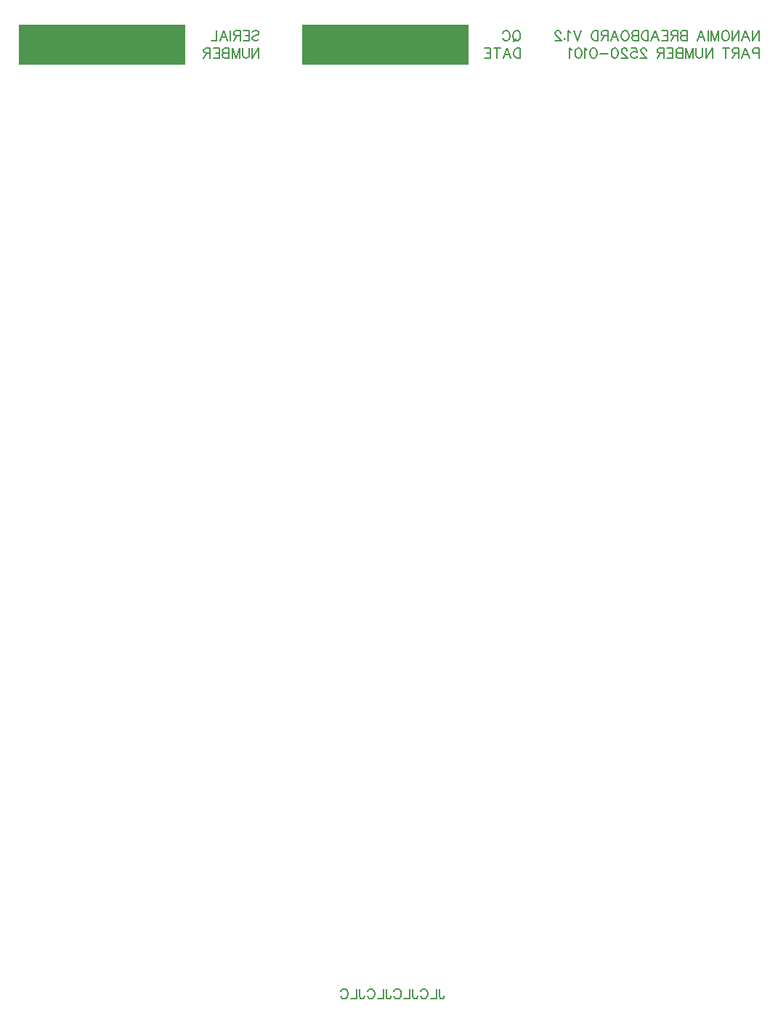
<source format=gbo>
G04 Layer: BottomSilkscreenLayer*
G04 EasyEDA v6.5.34, 2023-08-21 18:11:39*
G04 55fea8646dbd4ef485edb4a4bd6a11f4,5a6b42c53f6a479593ecc07194224c93,10*
G04 Gerber Generator version 0.2*
G04 Scale: 100 percent, Rotated: No, Reflected: No *
G04 Dimensions in millimeters *
G04 leading zeros omitted , absolute positions ,4 integer and 5 decimal *
%FSLAX45Y45*%
%MOMM*%

%ADD10C,0.2032*%
%ADD11C,0.1524*%

%LPD*%
D10*
X8877300Y11881289D02*
G01*
X8877300Y11766745D01*
X8877300Y11881289D02*
G01*
X8828209Y11881289D01*
X8811846Y11875836D01*
X8806390Y11870382D01*
X8800937Y11859473D01*
X8800937Y11843108D01*
X8806390Y11832199D01*
X8811846Y11826745D01*
X8828209Y11821289D01*
X8877300Y11821289D01*
X8721300Y11881289D02*
G01*
X8764935Y11766745D01*
X8721300Y11881289D02*
G01*
X8677663Y11766745D01*
X8748572Y11804926D02*
G01*
X8694028Y11804926D01*
X8641664Y11881289D02*
G01*
X8641664Y11766745D01*
X8641664Y11881289D02*
G01*
X8592573Y11881289D01*
X8576210Y11875836D01*
X8570755Y11870382D01*
X8565300Y11859473D01*
X8565300Y11848564D01*
X8570755Y11837654D01*
X8576210Y11832199D01*
X8592573Y11826745D01*
X8641664Y11826745D01*
X8603482Y11826745D02*
G01*
X8565300Y11766745D01*
X8491118Y11881289D02*
G01*
X8491118Y11766745D01*
X8529300Y11881289D02*
G01*
X8452937Y11881289D01*
X8332937Y11881289D02*
G01*
X8332937Y11766745D01*
X8332937Y11881289D02*
G01*
X8256574Y11766745D01*
X8256574Y11881289D02*
G01*
X8256574Y11766745D01*
X8220572Y11881289D02*
G01*
X8220572Y11799473D01*
X8215119Y11783108D01*
X8204210Y11772199D01*
X8187847Y11766745D01*
X8176938Y11766745D01*
X8160572Y11772199D01*
X8149666Y11783108D01*
X8144210Y11799473D01*
X8144210Y11881289D01*
X8108210Y11881289D02*
G01*
X8108210Y11766745D01*
X8108210Y11881289D02*
G01*
X8064573Y11766745D01*
X8020938Y11881289D02*
G01*
X8064573Y11766745D01*
X8020938Y11881289D02*
G01*
X8020938Y11766745D01*
X7984937Y11881289D02*
G01*
X7984937Y11766745D01*
X7984937Y11881289D02*
G01*
X7935846Y11881289D01*
X7919483Y11875836D01*
X7914030Y11870382D01*
X7908574Y11859473D01*
X7908574Y11848564D01*
X7914030Y11837654D01*
X7919483Y11832199D01*
X7935846Y11826745D01*
X7984937Y11826745D02*
G01*
X7935846Y11826745D01*
X7919483Y11821289D01*
X7914030Y11815836D01*
X7908574Y11804926D01*
X7908574Y11788564D01*
X7914030Y11777654D01*
X7919483Y11772199D01*
X7935846Y11766745D01*
X7984937Y11766745D01*
X7872575Y11881289D02*
G01*
X7872575Y11766745D01*
X7872575Y11881289D02*
G01*
X7801665Y11881289D01*
X7872575Y11826745D02*
G01*
X7828937Y11826745D01*
X7872575Y11766745D02*
G01*
X7801665Y11766745D01*
X7765666Y11881289D02*
G01*
X7765666Y11766745D01*
X7765666Y11881289D02*
G01*
X7716575Y11881289D01*
X7700210Y11875836D01*
X7694757Y11870382D01*
X7689301Y11859473D01*
X7689301Y11848564D01*
X7694757Y11837654D01*
X7700210Y11832199D01*
X7716575Y11826745D01*
X7765666Y11826745D01*
X7727485Y11826745D02*
G01*
X7689301Y11766745D01*
X7563848Y11854017D02*
G01*
X7563848Y11859473D01*
X7558392Y11870382D01*
X7552938Y11875836D01*
X7542029Y11881289D01*
X7520211Y11881289D01*
X7509301Y11875836D01*
X7503848Y11870382D01*
X7498392Y11859473D01*
X7498392Y11848564D01*
X7503848Y11837654D01*
X7514757Y11821289D01*
X7569301Y11766745D01*
X7492939Y11766745D01*
X7391483Y11881289D02*
G01*
X7446030Y11881289D01*
X7451483Y11832199D01*
X7446030Y11837654D01*
X7429667Y11843108D01*
X7413302Y11843108D01*
X7396939Y11837654D01*
X7386030Y11826745D01*
X7380574Y11810382D01*
X7380574Y11799473D01*
X7386030Y11783108D01*
X7396939Y11772199D01*
X7413302Y11766745D01*
X7429667Y11766745D01*
X7446030Y11772199D01*
X7451483Y11777654D01*
X7456939Y11788564D01*
X7339121Y11854017D02*
G01*
X7339121Y11859473D01*
X7333665Y11870382D01*
X7328212Y11875836D01*
X7317303Y11881289D01*
X7295484Y11881289D01*
X7284575Y11875836D01*
X7279121Y11870382D01*
X7273665Y11859473D01*
X7273665Y11848564D01*
X7279121Y11837654D01*
X7290031Y11821289D01*
X7344575Y11766745D01*
X7268212Y11766745D01*
X7199485Y11881289D02*
G01*
X7215847Y11875836D01*
X7226757Y11859473D01*
X7232213Y11832199D01*
X7232213Y11815836D01*
X7226757Y11788564D01*
X7215847Y11772199D01*
X7199485Y11766745D01*
X7188575Y11766745D01*
X7172213Y11772199D01*
X7161303Y11788564D01*
X7155848Y11815836D01*
X7155848Y11832199D01*
X7161303Y11859473D01*
X7172213Y11875836D01*
X7188575Y11881289D01*
X7199485Y11881289D01*
X7119848Y11815836D02*
G01*
X7021667Y11815836D01*
X6952940Y11881289D02*
G01*
X6969302Y11875836D01*
X6980212Y11859473D01*
X6985668Y11832199D01*
X6985668Y11815836D01*
X6980212Y11788564D01*
X6969302Y11772199D01*
X6952940Y11766745D01*
X6942030Y11766745D01*
X6925668Y11772199D01*
X6914758Y11788564D01*
X6909302Y11815836D01*
X6909302Y11832199D01*
X6914758Y11859473D01*
X6925668Y11875836D01*
X6942030Y11881289D01*
X6952940Y11881289D01*
X6873303Y11859473D02*
G01*
X6862394Y11864926D01*
X6846031Y11881289D01*
X6846031Y11766745D01*
X6777304Y11881289D02*
G01*
X6793666Y11875836D01*
X6804576Y11859473D01*
X6810032Y11832199D01*
X6810032Y11815836D01*
X6804576Y11788564D01*
X6793666Y11772199D01*
X6777304Y11766745D01*
X6766394Y11766745D01*
X6750032Y11772199D01*
X6739122Y11788564D01*
X6733666Y11815836D01*
X6733666Y11832199D01*
X6739122Y11859473D01*
X6750032Y11875836D01*
X6766394Y11881289D01*
X6777304Y11881289D01*
X6697667Y11859473D02*
G01*
X6686758Y11864926D01*
X6670395Y11881289D01*
X6670395Y11766745D01*
X8877300Y12084489D02*
G01*
X8877300Y11969945D01*
X8877300Y12084489D02*
G01*
X8800937Y11969945D01*
X8800937Y12084489D02*
G01*
X8800937Y11969945D01*
X8721300Y12084489D02*
G01*
X8764935Y11969945D01*
X8721300Y12084489D02*
G01*
X8677663Y11969945D01*
X8748572Y12008126D02*
G01*
X8694028Y12008126D01*
X8641664Y12084489D02*
G01*
X8641664Y11969945D01*
X8641664Y12084489D02*
G01*
X8565300Y11969945D01*
X8565300Y12084489D02*
G01*
X8565300Y11969945D01*
X8496574Y12084489D02*
G01*
X8507483Y12079036D01*
X8518390Y12068126D01*
X8523846Y12057217D01*
X8529300Y12040854D01*
X8529300Y12013582D01*
X8523846Y11997217D01*
X8518390Y11986308D01*
X8507483Y11975399D01*
X8496574Y11969945D01*
X8474755Y11969945D01*
X8463846Y11975399D01*
X8452937Y11986308D01*
X8447483Y11997217D01*
X8442027Y12013582D01*
X8442027Y12040854D01*
X8447483Y12057217D01*
X8452937Y12068126D01*
X8463846Y12079036D01*
X8474755Y12084489D01*
X8496574Y12084489D01*
X8406028Y12084489D02*
G01*
X8406028Y11969945D01*
X8406028Y12084489D02*
G01*
X8362391Y11969945D01*
X8318756Y12084489D02*
G01*
X8362391Y11969945D01*
X8318756Y12084489D02*
G01*
X8318756Y11969945D01*
X8282754Y12084489D02*
G01*
X8282754Y11969945D01*
X8203120Y12084489D02*
G01*
X8246755Y11969945D01*
X8203120Y12084489D02*
G01*
X8159483Y11969945D01*
X8230392Y12008126D02*
G01*
X8175845Y12008126D01*
X8039483Y12084489D02*
G01*
X8039483Y11969945D01*
X8039483Y12084489D02*
G01*
X7990392Y12084489D01*
X7974030Y12079036D01*
X7968574Y12073582D01*
X7963120Y12062673D01*
X7963120Y12051764D01*
X7968574Y12040854D01*
X7974030Y12035399D01*
X7990392Y12029945D01*
X8039483Y12029945D02*
G01*
X7990392Y12029945D01*
X7974030Y12024489D01*
X7968574Y12019036D01*
X7963120Y12008126D01*
X7963120Y11991764D01*
X7968574Y11980854D01*
X7974030Y11975399D01*
X7990392Y11969945D01*
X8039483Y11969945D01*
X7927119Y12084489D02*
G01*
X7927119Y11969945D01*
X7927119Y12084489D02*
G01*
X7878028Y12084489D01*
X7861665Y12079036D01*
X7856212Y12073582D01*
X7850756Y12062673D01*
X7850756Y12051764D01*
X7856212Y12040854D01*
X7861665Y12035399D01*
X7878028Y12029945D01*
X7927119Y12029945D01*
X7888937Y12029945D02*
G01*
X7850756Y11969945D01*
X7814757Y12084489D02*
G01*
X7814757Y11969945D01*
X7814757Y12084489D02*
G01*
X7743847Y12084489D01*
X7814757Y12029945D02*
G01*
X7771119Y12029945D01*
X7814757Y11969945D02*
G01*
X7743847Y11969945D01*
X7664211Y12084489D02*
G01*
X7707848Y11969945D01*
X7664211Y12084489D02*
G01*
X7620574Y11969945D01*
X7691483Y12008126D02*
G01*
X7636939Y12008126D01*
X7584574Y12084489D02*
G01*
X7584574Y11969945D01*
X7584574Y12084489D02*
G01*
X7546393Y12084489D01*
X7530030Y12079036D01*
X7519121Y12068126D01*
X7513665Y12057217D01*
X7508212Y12040854D01*
X7508212Y12013582D01*
X7513665Y11997217D01*
X7519121Y11986308D01*
X7530030Y11975399D01*
X7546393Y11969945D01*
X7584574Y11969945D01*
X7472212Y12084489D02*
G01*
X7472212Y11969945D01*
X7472212Y12084489D02*
G01*
X7423122Y12084489D01*
X7406756Y12079036D01*
X7401303Y12073582D01*
X7395847Y12062673D01*
X7395847Y12051764D01*
X7401303Y12040854D01*
X7406756Y12035399D01*
X7423122Y12029945D01*
X7472212Y12029945D02*
G01*
X7423122Y12029945D01*
X7406756Y12024489D01*
X7401303Y12019036D01*
X7395847Y12008126D01*
X7395847Y11991764D01*
X7401303Y11980854D01*
X7406756Y11975399D01*
X7423122Y11969945D01*
X7472212Y11969945D01*
X7327120Y12084489D02*
G01*
X7338029Y12079036D01*
X7348938Y12068126D01*
X7354394Y12057217D01*
X7359848Y12040854D01*
X7359848Y12013582D01*
X7354394Y11997217D01*
X7348938Y11986308D01*
X7338029Y11975399D01*
X7327120Y11969945D01*
X7305304Y11969945D01*
X7294394Y11975399D01*
X7283485Y11986308D01*
X7278029Y11997217D01*
X7272576Y12013582D01*
X7272576Y12040854D01*
X7278029Y12057217D01*
X7283485Y12068126D01*
X7294394Y12079036D01*
X7305304Y12084489D01*
X7327120Y12084489D01*
X7192939Y12084489D02*
G01*
X7236576Y11969945D01*
X7192939Y12084489D02*
G01*
X7149302Y11969945D01*
X7220211Y12008126D02*
G01*
X7165667Y12008126D01*
X7113303Y12084489D02*
G01*
X7113303Y11969945D01*
X7113303Y12084489D02*
G01*
X7064212Y12084489D01*
X7047849Y12079036D01*
X7042393Y12073582D01*
X7036940Y12062673D01*
X7036940Y12051764D01*
X7042393Y12040854D01*
X7047849Y12035399D01*
X7064212Y12029945D01*
X7113303Y12029945D01*
X7075121Y12029945D02*
G01*
X7036940Y11969945D01*
X7000941Y12084489D02*
G01*
X7000941Y11969945D01*
X7000941Y12084489D02*
G01*
X6962757Y12084489D01*
X6946394Y12079036D01*
X6935485Y12068126D01*
X6930031Y12057217D01*
X6924575Y12040854D01*
X6924575Y12013582D01*
X6930031Y11997217D01*
X6935485Y11986308D01*
X6946394Y11975399D01*
X6962757Y11969945D01*
X7000941Y11969945D01*
X6804576Y12084489D02*
G01*
X6760941Y11969945D01*
X6717304Y12084489D02*
G01*
X6760941Y11969945D01*
X6681304Y12062673D02*
G01*
X6670395Y12068126D01*
X6654032Y12084489D01*
X6654032Y11969945D01*
X6612577Y11997217D02*
G01*
X6618030Y11991764D01*
X6612577Y11986308D01*
X6607121Y11991764D01*
X6612577Y11997217D01*
X6565668Y12057217D02*
G01*
X6565668Y12062673D01*
X6560212Y12073582D01*
X6554759Y12079036D01*
X6543850Y12084489D01*
X6522031Y12084489D01*
X6511122Y12079036D01*
X6505668Y12073582D01*
X6500213Y12062673D01*
X6500213Y12051764D01*
X6505668Y12040854D01*
X6516578Y12024489D01*
X6571122Y11969945D01*
X6494759Y11969945D01*
X5152390Y922858D02*
G01*
X5152390Y835482D01*
X5157977Y819226D01*
X5163311Y813638D01*
X5174234Y808304D01*
X5185156Y808304D01*
X5196077Y813638D01*
X5201665Y819226D01*
X5207000Y835482D01*
X5207000Y846404D01*
X5116575Y922858D02*
G01*
X5116575Y808304D01*
X5116575Y808304D02*
G01*
X5051043Y808304D01*
X4933188Y895426D02*
G01*
X4938522Y906348D01*
X4949443Y917270D01*
X4960365Y922858D01*
X4982209Y922858D01*
X4993131Y917270D01*
X5004054Y906348D01*
X5009641Y895426D01*
X5014975Y879170D01*
X5014975Y851992D01*
X5009641Y835482D01*
X5004054Y824560D01*
X4993131Y813638D01*
X4982209Y808304D01*
X4960365Y808304D01*
X4949443Y813638D01*
X4938522Y824560D01*
X4933188Y835482D01*
X4842763Y922858D02*
G01*
X4842763Y835482D01*
X4848097Y819226D01*
X4853431Y813638D01*
X4864354Y808304D01*
X4875275Y808304D01*
X4886197Y813638D01*
X4891786Y819226D01*
X4897120Y835482D01*
X4897120Y846404D01*
X4806695Y922858D02*
G01*
X4806695Y808304D01*
X4806695Y808304D02*
G01*
X4741163Y808304D01*
X4623308Y895426D02*
G01*
X4628895Y906348D01*
X4639818Y917270D01*
X4650740Y922858D01*
X4672329Y922858D01*
X4683252Y917270D01*
X4694174Y906348D01*
X4699761Y895426D01*
X4705095Y879170D01*
X4705095Y851992D01*
X4699761Y835482D01*
X4694174Y824560D01*
X4683252Y813638D01*
X4672329Y808304D01*
X4650740Y808304D01*
X4639818Y813638D01*
X4628895Y824560D01*
X4623308Y835482D01*
X4532884Y922858D02*
G01*
X4532884Y835482D01*
X4538218Y819226D01*
X4543806Y813638D01*
X4554727Y808304D01*
X4565650Y808304D01*
X4576572Y813638D01*
X4581906Y819226D01*
X4587240Y835482D01*
X4587240Y846404D01*
X4496815Y922858D02*
G01*
X4496815Y808304D01*
X4496815Y808304D02*
G01*
X4431284Y808304D01*
X4313427Y895426D02*
G01*
X4319015Y906348D01*
X4329938Y917270D01*
X4340859Y922858D01*
X4362704Y922858D01*
X4373625Y917270D01*
X4384547Y906348D01*
X4389881Y895426D01*
X4395470Y879170D01*
X4395470Y851992D01*
X4389881Y835482D01*
X4384547Y824560D01*
X4373625Y813638D01*
X4362704Y808304D01*
X4340859Y808304D01*
X4329938Y813638D01*
X4319015Y824560D01*
X4313427Y835482D01*
X4223004Y922858D02*
G01*
X4223004Y835482D01*
X4228338Y819226D01*
X4233925Y813638D01*
X4244847Y808304D01*
X4255770Y808304D01*
X4266691Y813638D01*
X4272025Y819226D01*
X4277613Y835482D01*
X4277613Y846404D01*
X4186936Y922858D02*
G01*
X4186936Y808304D01*
X4186936Y808304D02*
G01*
X4121658Y808304D01*
X4003802Y895426D02*
G01*
X4009136Y906348D01*
X4020058Y917270D01*
X4030979Y922858D01*
X4052824Y922858D01*
X4063745Y917270D01*
X4074668Y906348D01*
X4080002Y895426D01*
X4085590Y879170D01*
X4085590Y851992D01*
X4080002Y835482D01*
X4074668Y824560D01*
X4063745Y813638D01*
X4052824Y808304D01*
X4030979Y808304D01*
X4020058Y813638D01*
X4009136Y824560D01*
X4003802Y835482D01*
D11*
X2971637Y12068126D02*
G01*
X2982544Y12079036D01*
X2998909Y12084491D01*
X3020728Y12084491D01*
X3037090Y12079036D01*
X3048000Y12068126D01*
X3048000Y12057217D01*
X3042546Y12046308D01*
X3037090Y12040854D01*
X3026181Y12035398D01*
X2993453Y12024492D01*
X2982544Y12019036D01*
X2977090Y12013582D01*
X2971637Y12002673D01*
X2971637Y11986308D01*
X2982544Y11975398D01*
X2998909Y11969945D01*
X3020728Y11969945D01*
X3037090Y11975398D01*
X3048000Y11986308D01*
X2935635Y12084491D02*
G01*
X2935635Y11969945D01*
X2935635Y12084491D02*
G01*
X2864726Y12084491D01*
X2935635Y12029945D02*
G01*
X2892000Y12029945D01*
X2935635Y11969945D02*
G01*
X2864726Y11969945D01*
X2828726Y12084491D02*
G01*
X2828726Y11969945D01*
X2828726Y12084491D02*
G01*
X2779636Y12084491D01*
X2763273Y12079036D01*
X2757817Y12073582D01*
X2752364Y12062673D01*
X2752364Y12051764D01*
X2757817Y12040854D01*
X2763273Y12035398D01*
X2779636Y12029945D01*
X2828726Y12029945D01*
X2790545Y12029945D02*
G01*
X2752364Y11969945D01*
X2716364Y12084491D02*
G01*
X2716364Y11969945D01*
X2636728Y12084491D02*
G01*
X2680362Y11969945D01*
X2636728Y12084491D02*
G01*
X2593091Y11969945D01*
X2664000Y12008126D02*
G01*
X2609453Y12008126D01*
X2557091Y12084491D02*
G01*
X2557091Y11969945D01*
X2557091Y11969945D02*
G01*
X2491635Y11969945D01*
X3048000Y11881291D02*
G01*
X3048000Y11766745D01*
X3048000Y11881291D02*
G01*
X2971637Y11766745D01*
X2971637Y11881291D02*
G01*
X2971637Y11766745D01*
X2935635Y11881291D02*
G01*
X2935635Y11799473D01*
X2930182Y11783108D01*
X2919272Y11772198D01*
X2902910Y11766745D01*
X2892000Y11766745D01*
X2875635Y11772198D01*
X2864726Y11783108D01*
X2859272Y11799473D01*
X2859272Y11881291D01*
X2823273Y11881291D02*
G01*
X2823273Y11766745D01*
X2823273Y11881291D02*
G01*
X2779636Y11766745D01*
X2735999Y11881291D02*
G01*
X2779636Y11766745D01*
X2735999Y11881291D02*
G01*
X2735999Y11766745D01*
X2699999Y11881291D02*
G01*
X2699999Y11766745D01*
X2699999Y11881291D02*
G01*
X2650909Y11881291D01*
X2634546Y11875836D01*
X2629090Y11870382D01*
X2623637Y11859473D01*
X2623637Y11848564D01*
X2629090Y11837654D01*
X2634546Y11832198D01*
X2650909Y11826745D01*
X2699999Y11826745D02*
G01*
X2650909Y11826745D01*
X2634546Y11821292D01*
X2629090Y11815836D01*
X2623637Y11804926D01*
X2623637Y11788564D01*
X2629090Y11777654D01*
X2634546Y11772198D01*
X2650909Y11766745D01*
X2699999Y11766745D01*
X2587635Y11881291D02*
G01*
X2587635Y11766745D01*
X2587635Y11881291D02*
G01*
X2516728Y11881291D01*
X2587635Y11826745D02*
G01*
X2544000Y11826745D01*
X2587635Y11766745D02*
G01*
X2516728Y11766745D01*
X2480726Y11881291D02*
G01*
X2480726Y11766745D01*
X2480726Y11881291D02*
G01*
X2431635Y11881291D01*
X2415273Y11875836D01*
X2409817Y11870382D01*
X2404363Y11859473D01*
X2404363Y11848564D01*
X2409817Y11837654D01*
X2415273Y11832198D01*
X2431635Y11826745D01*
X2480726Y11826745D01*
X2442545Y11826745D02*
G01*
X2404363Y11766745D01*
X6096000Y11881291D02*
G01*
X6096000Y11766745D01*
X6096000Y11881291D02*
G01*
X6057818Y11881291D01*
X6041453Y11875836D01*
X6030544Y11864926D01*
X6025090Y11854017D01*
X6019637Y11837654D01*
X6019637Y11810382D01*
X6025090Y11794017D01*
X6030544Y11783108D01*
X6041453Y11772198D01*
X6057818Y11766745D01*
X6096000Y11766745D01*
X5940000Y11881291D02*
G01*
X5983635Y11766745D01*
X5940000Y11881291D02*
G01*
X5896363Y11766745D01*
X5967272Y11804926D02*
G01*
X5912726Y11804926D01*
X5822182Y11881291D02*
G01*
X5822182Y11766745D01*
X5860364Y11881291D02*
G01*
X5783999Y11881291D01*
X5747999Y11881291D02*
G01*
X5747999Y11766745D01*
X5747999Y11881291D02*
G01*
X5677090Y11881291D01*
X5747999Y11826745D02*
G01*
X5704362Y11826745D01*
X5747999Y11766745D02*
G01*
X5677090Y11766745D01*
X6063272Y12084491D02*
G01*
X6074181Y12079036D01*
X6085090Y12068126D01*
X6090546Y12057217D01*
X6096000Y12040854D01*
X6096000Y12013582D01*
X6090546Y11997217D01*
X6085090Y11986308D01*
X6074181Y11975398D01*
X6063272Y11969945D01*
X6041453Y11969945D01*
X6030544Y11975398D01*
X6019637Y11986308D01*
X6014181Y11997217D01*
X6008728Y12013582D01*
X6008728Y12040854D01*
X6014181Y12057217D01*
X6019637Y12068126D01*
X6030544Y12079036D01*
X6041453Y12084491D01*
X6063272Y12084491D01*
X6046909Y11991764D02*
G01*
X6014181Y11959036D01*
X5890910Y12057217D02*
G01*
X5896363Y12068126D01*
X5907272Y12079036D01*
X5918182Y12084491D01*
X5940000Y12084491D01*
X5950910Y12079036D01*
X5961819Y12068126D01*
X5967272Y12057217D01*
X5972726Y12040854D01*
X5972726Y12013582D01*
X5967272Y11997217D01*
X5961819Y11986308D01*
X5950910Y11975398D01*
X5940000Y11969945D01*
X5918182Y11969945D01*
X5907272Y11975398D01*
X5896363Y11986308D01*
X5890910Y11997217D01*
G36*
X254000Y12153900D02*
G01*
X2190750Y12153900D01*
X2190750Y11692001D01*
X254000Y11692001D01*
G37*
G36*
X3556000Y12153900D02*
G01*
X5492750Y12153900D01*
X5492750Y11692001D01*
X3556000Y11692001D01*
G37*
M02*

</source>
